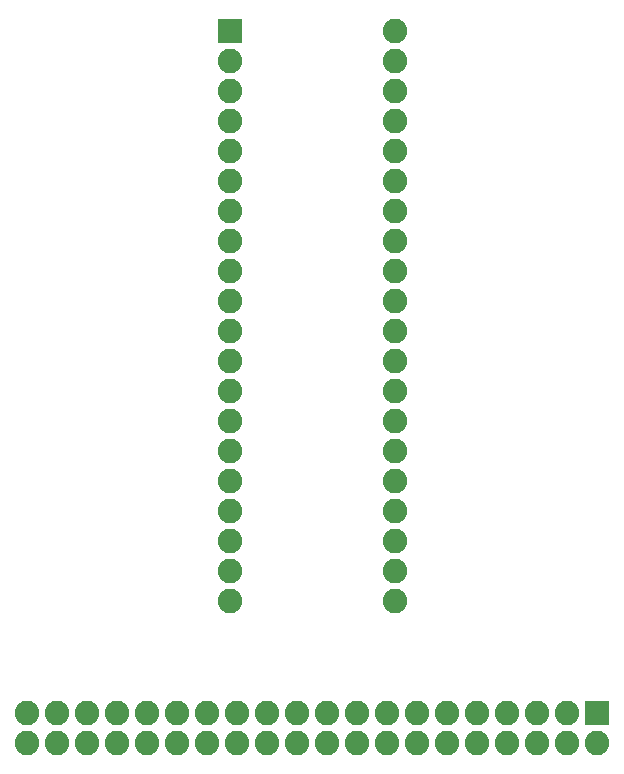
<source format=gbs>
G75*
%MOIN*%
%OFA0B0*%
%FSLAX24Y24*%
%IPPOS*%
%LPD*%
%AMOC8*
5,1,8,0,0,1.08239X$1,22.5*
%
%ADD10R,0.0820X0.0820*%
%ADD11C,0.0820*%
D10*
X021150Y002400D03*
X008900Y025150D03*
D11*
X002150Y001400D03*
X002150Y002400D03*
X003150Y002400D03*
X003150Y001400D03*
X004150Y001400D03*
X004150Y002400D03*
X005150Y002400D03*
X005150Y001400D03*
X006150Y001400D03*
X006150Y002400D03*
X007150Y002400D03*
X007150Y001400D03*
X008150Y001400D03*
X008150Y002400D03*
X009150Y002400D03*
X009150Y001400D03*
X010150Y001400D03*
X010150Y002400D03*
X011150Y002400D03*
X011150Y001400D03*
X012150Y001400D03*
X012150Y002400D03*
X013150Y002400D03*
X013150Y001400D03*
X014150Y001400D03*
X014150Y002400D03*
X015150Y002400D03*
X015150Y001400D03*
X016150Y001400D03*
X016150Y002400D03*
X017150Y002400D03*
X017150Y001400D03*
X018150Y001400D03*
X018150Y002400D03*
X019150Y002400D03*
X019150Y001400D03*
X020150Y001400D03*
X020150Y002400D03*
X021150Y001400D03*
X014400Y006150D03*
X014400Y007150D03*
X014400Y008150D03*
X014400Y009150D03*
X014400Y010150D03*
X014400Y011150D03*
X014400Y012150D03*
X014400Y013150D03*
X014400Y014150D03*
X014400Y015150D03*
X014400Y016150D03*
X014400Y017150D03*
X014400Y018150D03*
X014400Y019150D03*
X014400Y020150D03*
X014400Y021150D03*
X014400Y022150D03*
X014400Y023150D03*
X014400Y024150D03*
X014400Y025150D03*
X008900Y024150D03*
X008900Y023150D03*
X008900Y022150D03*
X008900Y021150D03*
X008900Y020150D03*
X008900Y019150D03*
X008900Y018150D03*
X008900Y017150D03*
X008900Y016150D03*
X008900Y015150D03*
X008900Y014150D03*
X008900Y013150D03*
X008900Y012150D03*
X008900Y011150D03*
X008900Y010150D03*
X008900Y009150D03*
X008900Y008150D03*
X008900Y007150D03*
X008900Y006150D03*
M02*

</source>
